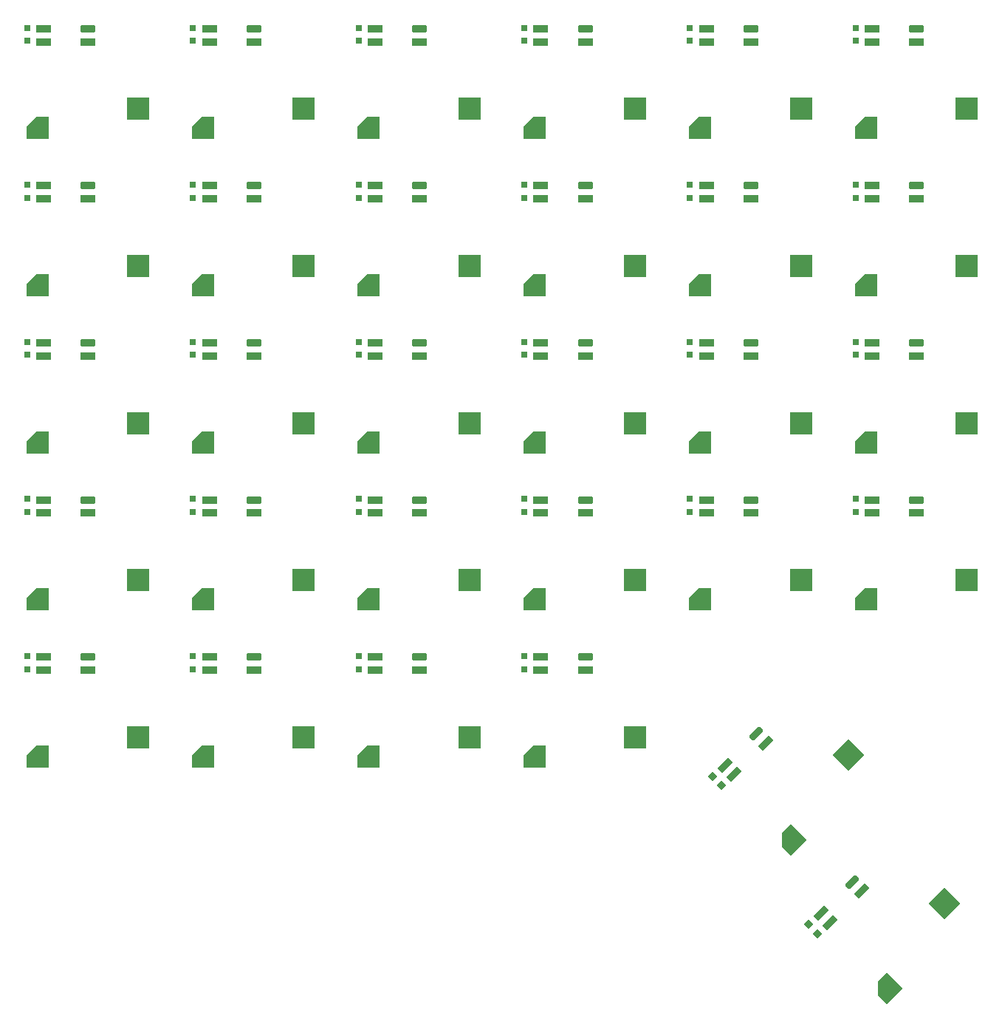
<source format=gtp>
G04 #@! TF.GenerationSoftware,KiCad,Pcbnew,(6.0.2)*
G04 #@! TF.CreationDate,2022-04-13T18:46:02+02:00*
G04 #@! TF.ProjectId,SPKB,53504b42-2e6b-4696-9361-645f70636258,rev?*
G04 #@! TF.SameCoordinates,Original*
G04 #@! TF.FileFunction,Paste,Top*
G04 #@! TF.FilePolarity,Positive*
%FSLAX46Y46*%
G04 Gerber Fmt 4.6, Leading zero omitted, Abs format (unit mm)*
G04 Created by KiCad (PCBNEW (6.0.2)) date 2022-04-13 18:46:02*
%MOMM*%
%LPD*%
G01*
G04 APERTURE LIST*
G04 Aperture macros list*
%AMRoundRect*
0 Rectangle with rounded corners*
0 $1 Rounding radius*
0 $2 $3 $4 $5 $6 $7 $8 $9 X,Y pos of 4 corners*
0 Add a 4 corners polygon primitive as box body*
4,1,4,$2,$3,$4,$5,$6,$7,$8,$9,$2,$3,0*
0 Add four circle primitives for the rounded corners*
1,1,$1+$1,$2,$3*
1,1,$1+$1,$4,$5*
1,1,$1+$1,$6,$7*
1,1,$1+$1,$8,$9*
0 Add four rect primitives between the rounded corners*
20,1,$1+$1,$2,$3,$4,$5,0*
20,1,$1+$1,$4,$5,$6,$7,0*
20,1,$1+$1,$6,$7,$8,$9,0*
20,1,$1+$1,$8,$9,$2,$3,0*%
%AMRotRect*
0 Rectangle, with rotation*
0 The origin of the aperture is its center*
0 $1 length*
0 $2 width*
0 $3 Rotation angle, in degrees counterclockwise*
0 Add horizontal line*
21,1,$1,$2,0,0,$3*%
%AMOutline5P*
0 Free polygon, 5 corners , with rotation*
0 The origin of the aperture is its center*
0 number of corners: always 5*
0 $1 to $10 corner X, Y*
0 $11 Rotation angle, in degrees counterclockwise*
0 create outline with 5 corners*
4,1,5,$1,$2,$3,$4,$5,$6,$7,$8,$9,$10,$1,$2,$11*%
%AMOutline6P*
0 Free polygon, 6 corners , with rotation*
0 The origin of the aperture is its center*
0 number of corners: always 6*
0 $1 to $12 corner X, Y*
0 $13 Rotation angle, in degrees counterclockwise*
0 create outline with 6 corners*
4,1,6,$1,$2,$3,$4,$5,$6,$7,$8,$9,$10,$11,$12,$1,$2,$13*%
%AMOutline7P*
0 Free polygon, 7 corners , with rotation*
0 The origin of the aperture is its center*
0 number of corners: always 7*
0 $1 to $14 corner X, Y*
0 $15 Rotation angle, in degrees counterclockwise*
0 create outline with 7 corners*
4,1,7,$1,$2,$3,$4,$5,$6,$7,$8,$9,$10,$11,$12,$13,$14,$1,$2,$15*%
%AMOutline8P*
0 Free polygon, 8 corners , with rotation*
0 The origin of the aperture is its center*
0 number of corners: always 8*
0 $1 to $16 corner X, Y*
0 $17 Rotation angle, in degrees counterclockwise*
0 create outline with 8 corners*
4,1,8,$1,$2,$3,$4,$5,$6,$7,$8,$9,$10,$11,$12,$13,$14,$15,$16,$1,$2,$17*%
G04 Aperture macros list end*
%ADD10Outline5P,-1.300000X0.130000X-0.130000X1.300000X1.300000X1.300000X1.300000X-1.300000X-1.300000X-1.300000X0.000000*%
%ADD11R,2.600000X2.600000*%
%ADD12RoundRect,0.205000X-0.645000X-0.205000X0.645000X-0.205000X0.645000X0.205000X-0.645000X0.205000X0*%
%ADD13R,1.700000X0.820000*%
%ADD14R,0.750000X0.800000*%
%ADD15Outline5P,-1.300000X0.130000X-0.130000X1.300000X1.300000X1.300000X1.300000X-1.300000X-1.300000X-1.300000X45.000000*%
%ADD16RotRect,2.600000X2.600000X45.000000*%
%ADD17RoundRect,0.205000X-0.311127X-0.601041X0.601041X0.311127X0.311127X0.601041X-0.601041X-0.311127X0*%
%ADD18RotRect,1.700000X0.820000X45.000000*%
%ADD19RotRect,0.800000X0.750000X315.000000*%
G04 APERTURE END LIST*
D10*
X92725000Y-60950000D03*
D11*
X104275000Y-58750000D03*
D12*
X98550000Y-49560000D03*
D13*
X98550000Y-51060000D03*
D14*
X91550000Y-50950000D03*
D13*
X93450000Y-51060000D03*
D14*
X91550000Y-49450000D03*
D13*
X93450000Y-49560000D03*
D10*
X92725000Y-96950000D03*
D11*
X104275000Y-94750000D03*
D12*
X98550000Y-85560000D03*
D13*
X98550000Y-87060000D03*
D14*
X91550000Y-86950000D03*
D13*
X93450000Y-87060000D03*
D14*
X91550000Y-85450000D03*
D13*
X93450000Y-85560000D03*
D10*
X130725000Y-60950000D03*
D11*
X142275000Y-58750000D03*
D12*
X136550000Y-49560000D03*
D13*
X136550000Y-51060000D03*
D14*
X129550000Y-50950000D03*
D13*
X131450000Y-51060000D03*
D14*
X129550000Y-49450000D03*
D13*
X131450000Y-49560000D03*
D10*
X92725000Y-78950000D03*
D11*
X104275000Y-76750000D03*
D12*
X98550000Y-67560000D03*
D13*
X98550000Y-69060000D03*
D14*
X91550000Y-68950000D03*
D13*
X93450000Y-69060000D03*
D14*
X91550000Y-67450000D03*
D13*
X93450000Y-67560000D03*
D10*
X35725000Y-96950000D03*
D11*
X47275000Y-94750000D03*
D12*
X41550000Y-85560000D03*
D13*
X41550000Y-87060000D03*
D14*
X34550000Y-86950000D03*
D13*
X36450000Y-87060000D03*
D14*
X34550000Y-85450000D03*
D13*
X36450000Y-85560000D03*
D10*
X35725000Y-132950000D03*
D11*
X47275000Y-130750000D03*
D12*
X41550000Y-121560000D03*
D13*
X41550000Y-123060000D03*
D14*
X34550000Y-122950000D03*
D13*
X36450000Y-123060000D03*
D14*
X34550000Y-121450000D03*
D13*
X36450000Y-121560000D03*
D10*
X73725000Y-132950000D03*
D11*
X85275000Y-130750000D03*
D12*
X79550000Y-121560000D03*
D13*
X79550000Y-123060000D03*
D14*
X72550000Y-122950000D03*
D13*
X74450000Y-123060000D03*
D14*
X72550000Y-121450000D03*
D13*
X74450000Y-121560000D03*
D10*
X35725000Y-60950000D03*
D11*
X47275000Y-58750000D03*
D12*
X41550000Y-49560000D03*
D13*
X41550000Y-51060000D03*
D14*
X34550000Y-50950000D03*
D13*
X36450000Y-51060000D03*
D14*
X34550000Y-49450000D03*
D13*
X36450000Y-49560000D03*
D10*
X111725000Y-114950000D03*
D11*
X123275000Y-112750000D03*
D12*
X117550000Y-103560000D03*
D13*
X117550000Y-105060000D03*
D14*
X110550000Y-104950000D03*
D13*
X112450000Y-105060000D03*
D14*
X110550000Y-103450000D03*
D13*
X112450000Y-103560000D03*
D10*
X73725000Y-96950000D03*
D11*
X85275000Y-94750000D03*
D12*
X79550000Y-85560000D03*
D13*
X79550000Y-87060000D03*
D14*
X72550000Y-86950000D03*
D13*
X74450000Y-87060000D03*
D14*
X72550000Y-85450000D03*
D13*
X74450000Y-85560000D03*
D10*
X54725000Y-78950000D03*
D11*
X66275000Y-76750000D03*
D12*
X60550000Y-67560000D03*
D13*
X60550000Y-69060000D03*
D14*
X53550000Y-68950000D03*
D13*
X55450000Y-69060000D03*
D14*
X53550000Y-67450000D03*
D13*
X55450000Y-67560000D03*
D10*
X54725000Y-132950000D03*
D11*
X66275000Y-130750000D03*
D12*
X60550000Y-121560000D03*
D13*
X60550000Y-123060000D03*
D14*
X53550000Y-122950000D03*
D13*
X55450000Y-123060000D03*
D14*
X53550000Y-121450000D03*
D13*
X55450000Y-121560000D03*
D10*
X111725000Y-78950000D03*
D11*
X123275000Y-76750000D03*
D12*
X117550000Y-67560000D03*
D13*
X117550000Y-69060000D03*
D14*
X110550000Y-68950000D03*
D13*
X112450000Y-69060000D03*
D14*
X110550000Y-67450000D03*
D13*
X112450000Y-67560000D03*
D10*
X54725000Y-96950000D03*
D11*
X66275000Y-94750000D03*
D12*
X60550000Y-85560000D03*
D13*
X60550000Y-87060000D03*
D14*
X53550000Y-86950000D03*
D13*
X55450000Y-87060000D03*
D14*
X53550000Y-85450000D03*
D13*
X55450000Y-85560000D03*
D10*
X130725000Y-114950000D03*
D11*
X142275000Y-112750000D03*
D12*
X136550000Y-103560000D03*
D13*
X136550000Y-105060000D03*
D14*
X129550000Y-104950000D03*
D13*
X131450000Y-105060000D03*
D14*
X129550000Y-103450000D03*
D13*
X131450000Y-103560000D03*
D10*
X92725000Y-132950000D03*
D11*
X104275000Y-130750000D03*
D12*
X98550000Y-121560000D03*
D13*
X98550000Y-123060000D03*
D14*
X91550000Y-122950000D03*
D13*
X93450000Y-123060000D03*
D14*
X91550000Y-121450000D03*
D13*
X93450000Y-121560000D03*
D15*
X122091511Y-142523060D03*
D16*
X128702959Y-132800342D03*
D17*
X118156461Y-130350217D03*
D18*
X119217122Y-131410877D03*
D19*
X114189592Y-136282843D03*
D18*
X115610877Y-135017122D03*
D19*
X113128932Y-135222183D03*
D18*
X114550217Y-133956461D03*
D10*
X73725000Y-114950000D03*
D11*
X85275000Y-112750000D03*
D12*
X79550000Y-103560000D03*
D13*
X79550000Y-105060000D03*
D14*
X72550000Y-104950000D03*
D13*
X74450000Y-105060000D03*
D14*
X72550000Y-103450000D03*
D13*
X74450000Y-103560000D03*
D10*
X130725000Y-78950000D03*
D11*
X142275000Y-76750000D03*
D12*
X136550000Y-67560000D03*
D13*
X136550000Y-69060000D03*
D14*
X129550000Y-68950000D03*
D13*
X131450000Y-69060000D03*
D14*
X129550000Y-67450000D03*
D13*
X131450000Y-67560000D03*
D10*
X92725000Y-114950000D03*
D11*
X104275000Y-112750000D03*
D12*
X98550000Y-103560000D03*
D13*
X98550000Y-105060000D03*
D14*
X91550000Y-104950000D03*
D13*
X93450000Y-105060000D03*
D14*
X91550000Y-103450000D03*
D13*
X93450000Y-103560000D03*
D10*
X73725000Y-60950000D03*
D11*
X85275000Y-58750000D03*
D12*
X79550000Y-49560000D03*
D13*
X79550000Y-51060000D03*
D14*
X72550000Y-50950000D03*
D13*
X74450000Y-51060000D03*
D14*
X72550000Y-49450000D03*
D13*
X74450000Y-49560000D03*
D15*
X133091511Y-159523060D03*
D16*
X139702959Y-149800342D03*
D17*
X129156461Y-147350217D03*
D18*
X130217122Y-148410877D03*
D19*
X125189592Y-153282843D03*
D18*
X126610877Y-152017122D03*
D19*
X124128932Y-152222183D03*
D18*
X125550217Y-150956461D03*
D10*
X54725000Y-114950000D03*
D11*
X66275000Y-112750000D03*
D12*
X60550000Y-103560000D03*
D13*
X60550000Y-105060000D03*
D14*
X53550000Y-104950000D03*
D13*
X55450000Y-105060000D03*
D14*
X53550000Y-103450000D03*
D13*
X55450000Y-103560000D03*
D10*
X130725000Y-96950000D03*
D11*
X142275000Y-94750000D03*
D12*
X136550000Y-85560000D03*
D13*
X136550000Y-87060000D03*
D14*
X129550000Y-86950000D03*
D13*
X131450000Y-87060000D03*
D14*
X129550000Y-85450000D03*
D13*
X131450000Y-85560000D03*
D10*
X111725000Y-96950000D03*
D11*
X123275000Y-94750000D03*
D12*
X117550000Y-85560000D03*
D13*
X117550000Y-87060000D03*
D14*
X110550000Y-86950000D03*
D13*
X112450000Y-87060000D03*
D14*
X110550000Y-85450000D03*
D13*
X112450000Y-85560000D03*
D10*
X73725000Y-78950000D03*
D11*
X85275000Y-76750000D03*
D12*
X79550000Y-67560000D03*
D13*
X79550000Y-69060000D03*
D14*
X72550000Y-68950000D03*
D13*
X74450000Y-69060000D03*
D14*
X72550000Y-67450000D03*
D13*
X74450000Y-67560000D03*
D10*
X35725000Y-78950000D03*
D11*
X47275000Y-76750000D03*
D12*
X41550000Y-67560000D03*
D13*
X41550000Y-69060000D03*
D14*
X34550000Y-68950000D03*
D13*
X36450000Y-69060000D03*
D14*
X34550000Y-67450000D03*
D13*
X36450000Y-67560000D03*
D10*
X54725000Y-60950000D03*
D11*
X66275000Y-58750000D03*
D12*
X60550000Y-49560000D03*
D13*
X60550000Y-51060000D03*
D14*
X53550000Y-50950000D03*
D13*
X55450000Y-51060000D03*
D14*
X53550000Y-49450000D03*
D13*
X55450000Y-49560000D03*
D10*
X111725000Y-60950000D03*
D11*
X123275000Y-58750000D03*
D12*
X117550000Y-49560000D03*
D13*
X117550000Y-51060000D03*
D14*
X110550000Y-50950000D03*
D13*
X112450000Y-51060000D03*
D14*
X110550000Y-49450000D03*
D13*
X112450000Y-49560000D03*
D10*
X35725000Y-114950000D03*
D11*
X47275000Y-112750000D03*
D12*
X41550000Y-103560000D03*
D13*
X41550000Y-105060000D03*
D14*
X34550000Y-104950000D03*
D13*
X36450000Y-105060000D03*
D14*
X34550000Y-103450000D03*
D13*
X36450000Y-103560000D03*
M02*

</source>
